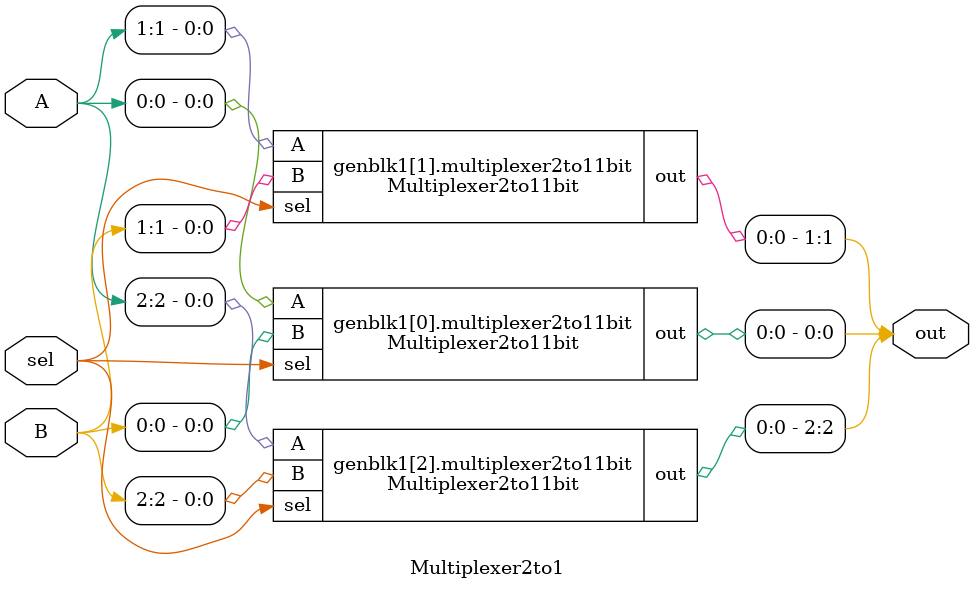
<source format=v>
`timescale 1ns/1ns

module Multiplexer2to11bit(input A, B, sel, output out);
  C1 c1(1'b0,1'b1,A,1'b0, 1'b1, B, sel,1'b0, out);
endmodule

module Multiplexer2to1(input[2:0] A, B, input sel, output[2:0] out);
  genvar i;
  generate
    for(i = 2; i > -1; i = i - 1)begin
      Multiplexer2to11bit multiplexer2to11bit(A[i], B[i], sel, out[i]);
    end
  endgenerate
  
endmodule
</source>
